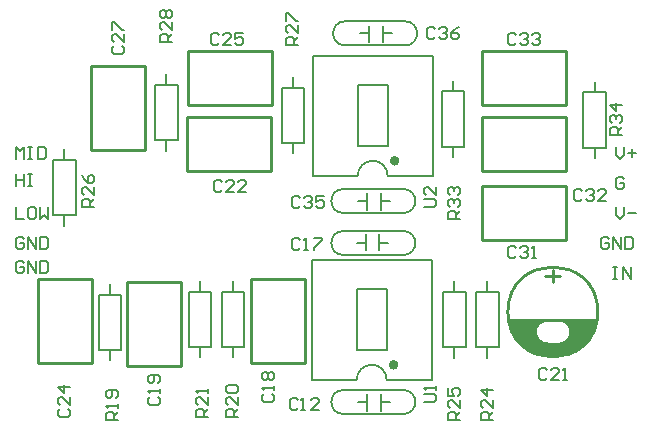
<source format=gto>
G04 Layer_Color=65535*
%FSLAX25Y25*%
%MOIN*%
G70*
G01*
G75*
%ADD23C,0.00700*%
%ADD24C,0.01500*%
%ADD25C,0.01000*%
%ADD26C,0.00500*%
G36*
X189850Y34000D02*
X188950Y30500D01*
X190850Y28000D01*
X194850Y27200D01*
X199350Y28100D01*
X200950Y30300D01*
Y32500D01*
X198850Y35300D01*
X209750D01*
X208050Y30700D01*
X204450Y26100D01*
X196750Y23000D01*
X189150Y23800D01*
X182350Y29400D01*
X180150Y35300D01*
X191550Y35400D01*
X189850Y34000D01*
D02*
G37*
D23*
X139798Y83269D02*
G03*
X129803Y83307I-4997J169D01*
G01*
X139460Y15254D02*
G03*
X129465Y15291I-4997J169D01*
G01*
X145000Y4000D02*
G03*
X145000Y12000I0J4000D01*
G01*
X125000D02*
G03*
X125000Y4000I0J-4000D01*
G01*
Y65000D02*
G03*
X125000Y57000I0J-4000D01*
G01*
X145000D02*
G03*
X145000Y65000I0J4000D01*
G01*
Y71000D02*
G03*
X145000Y79000I0J4000D01*
G01*
X125000D02*
G03*
X125000Y71000I0J-4000D01*
G01*
X145590Y126866D02*
G03*
X145590Y134866I0J4000D01*
G01*
X125591D02*
G03*
X125591Y126866I0J-4000D01*
G01*
X139803Y83307D02*
X154803D01*
X114803D02*
X129703D01*
X154803D02*
Y123307D01*
X114803D02*
X154803D01*
X114803Y83307D02*
Y123307D01*
X129803Y113507D02*
X139803D01*
Y93407D02*
Y113507D01*
X129803Y93407D02*
X139803D01*
X129803D02*
Y113507D01*
X139465Y15291D02*
X154465D01*
X114465D02*
X129365D01*
X154465D02*
Y55291D01*
X114465D02*
X154465D01*
X114465Y15291D02*
Y55291D01*
X129465Y45491D02*
X139465D01*
Y25391D02*
Y45491D01*
X129465Y25391D02*
X139465D01*
X129465D02*
Y45491D01*
X208819Y89210D02*
Y92709D01*
X205019D02*
Y111209D01*
X208819D02*
Y114609D01*
X212619Y92709D02*
Y111209D01*
X205019D02*
X212619D01*
X205019Y92709D02*
X212619D01*
X161575Y111542D02*
Y115042D01*
X165375Y93042D02*
Y111542D01*
X161575Y89643D02*
Y93042D01*
X157775D02*
Y111542D01*
Y93042D02*
X165375D01*
X157775Y111542D02*
X165375D01*
X66000Y113700D02*
Y117200D01*
X69800Y95200D02*
Y113700D01*
X66000Y91800D02*
Y95200D01*
X62200D02*
Y113700D01*
Y95200D02*
X69800D01*
X62200Y113700D02*
X69800D01*
X108252Y112763D02*
Y116263D01*
X112052Y94263D02*
Y112763D01*
X108252Y90863D02*
Y94263D01*
X104452D02*
Y112763D01*
Y94263D02*
X112052D01*
X104452Y112763D02*
X112052D01*
X32000Y88700D02*
Y92200D01*
X35800Y70200D02*
Y88700D01*
X32000Y66800D02*
Y70200D01*
X28200D02*
Y88700D01*
Y70200D02*
X35800D01*
X28200Y88700D02*
X35800D01*
X173000Y22800D02*
Y26300D01*
X169200D02*
Y44800D01*
X173000D02*
Y48200D01*
X176800Y26300D02*
Y44800D01*
X169200D02*
X176800D01*
X169200Y26300D02*
X176800D01*
X162000Y44700D02*
Y48200D01*
X165800Y26200D02*
Y44700D01*
X162000Y22800D02*
Y26200D01*
X158200D02*
Y44700D01*
Y26200D02*
X165800D01*
X158200Y44700D02*
X165800D01*
X77252Y44763D02*
Y48263D01*
X81052Y26263D02*
Y44763D01*
X77252Y22863D02*
Y26263D01*
X73452D02*
Y44763D01*
Y26263D02*
X81052D01*
X73452Y44763D02*
X81052D01*
X47252Y43763D02*
Y47263D01*
X51052Y25263D02*
Y43763D01*
X47252Y21863D02*
Y25263D01*
X43452D02*
Y43763D01*
Y25263D02*
X51052D01*
X43452Y43763D02*
X51052D01*
X88252Y44763D02*
Y48263D01*
X92052Y26263D02*
Y44763D01*
X88252Y22863D02*
Y26263D01*
X84452D02*
Y44763D01*
Y26263D02*
X92052D01*
X84452Y44763D02*
X92052D01*
X125000Y4000D02*
X145000D01*
X125000Y12000D02*
X145000D01*
X137500Y5000D02*
Y10500D01*
X133000Y5000D02*
Y10500D01*
X137500Y8000D02*
X140500D01*
X130000D02*
X133000D01*
X125000Y65000D02*
X145000D01*
X125000Y57000D02*
X145000D01*
X132500Y58500D02*
Y64000D01*
X137000Y58500D02*
Y64000D01*
X129500Y61000D02*
X132500D01*
X137000D02*
X140000D01*
X125000Y71000D02*
X145000D01*
X125000Y79000D02*
X145000D01*
X137500Y72000D02*
Y77500D01*
X133000Y72000D02*
Y77500D01*
X137500Y75000D02*
X140500D01*
X130000D02*
X133000D01*
X125591Y126866D02*
X145590D01*
X125591Y134866D02*
X145590D01*
X138091Y127866D02*
Y133366D01*
X133590Y127866D02*
Y133366D01*
X138091Y130866D02*
X141091D01*
X130590D02*
X133590D01*
D24*
X142903Y88407D02*
G03*
X142903Y88407I-800J0D01*
G01*
X142565Y20391D02*
G03*
X142565Y20391I-800J0D01*
G01*
D25*
X189050Y31300D02*
G03*
X192850Y27400I3850J-50D01*
G01*
X192650Y35200D02*
G03*
X189050Y31300I150J-3750D01*
G01*
X197350Y27400D02*
G03*
X200850Y31500I-300J3800D01*
G01*
X200858Y31499D02*
G03*
X197350Y35200I-3758J-49D01*
G01*
X209850Y38000D02*
G03*
X209850Y38000I-15000J0D01*
G01*
X192150Y27400D02*
X197650D01*
X192450Y35200D02*
X197350D01*
X192350Y50000D02*
X197350D01*
X194850Y48000D02*
Y52000D01*
X180450Y35300D02*
X209650D01*
X73000Y85000D02*
X101000D01*
X73000D02*
Y103000D01*
X101000D01*
Y85000D02*
Y103000D01*
X23252Y21063D02*
Y49063D01*
X41252D01*
Y21063D02*
Y49063D01*
X23252Y21063D02*
X41252D01*
X73252Y107063D02*
X101252D01*
X73252D02*
Y125063D01*
X101252D01*
Y107063D02*
Y125063D01*
X59000Y92000D02*
Y120000D01*
X41000Y92000D02*
X59000D01*
X41000D02*
Y120000D01*
X59000D01*
X112252Y21063D02*
Y49063D01*
X94252Y21063D02*
X112252D01*
X94252D02*
Y49063D01*
X112252D01*
X53000Y20000D02*
Y48000D01*
X71000D01*
Y20000D02*
Y48000D01*
X53000Y20000D02*
X71000D01*
X171252Y62063D02*
X199252D01*
X171252D02*
Y80063D01*
X199252D01*
Y62063D02*
Y80063D01*
X171252Y103063D02*
X199252D01*
Y85063D02*
Y103063D01*
X171252Y85063D02*
X199252D01*
X171252D02*
Y103063D01*
X171197Y124906D02*
X199197D01*
Y106905D02*
Y124906D01*
X171197Y106905D02*
X199197D01*
X171197D02*
Y124906D01*
D26*
X109742Y8752D02*
X109086Y9408D01*
X107774D01*
X107118Y8752D01*
Y6128D01*
X107774Y5472D01*
X109086D01*
X109742Y6128D01*
X111054Y5472D02*
X112366D01*
X111710D01*
Y9408D01*
X111054Y8752D01*
X116957Y5472D02*
X114334D01*
X116957Y8096D01*
Y8752D01*
X116302Y9408D01*
X114990D01*
X114334Y8752D01*
X110624Y61880D02*
X109968Y62536D01*
X108656D01*
X108000Y61880D01*
Y59256D01*
X108656Y58600D01*
X109968D01*
X110624Y59256D01*
X111936Y58600D02*
X113248D01*
X112592D01*
Y62536D01*
X111936Y61880D01*
X115216Y62536D02*
X117839D01*
Y61880D01*
X115216Y59256D01*
Y58600D01*
X152064Y8000D02*
X155344D01*
X156000Y8656D01*
Y9968D01*
X155344Y10624D01*
X152064D01*
X156000Y11936D02*
Y13248D01*
Y12592D01*
X152064D01*
X152720Y11936D01*
X152064Y73000D02*
X155344D01*
X156000Y73656D01*
Y74968D01*
X155344Y75624D01*
X152064D01*
X156000Y79560D02*
Y76936D01*
X153376Y79560D01*
X152720D01*
X152064Y78904D01*
Y77592D01*
X152720Y76936D01*
X98720Y10624D02*
X98064Y9968D01*
Y8656D01*
X98720Y8000D01*
X101344D01*
X102000Y8656D01*
Y9968D01*
X101344Y10624D01*
X102000Y11936D02*
Y13248D01*
Y12592D01*
X98064D01*
X98720Y11936D01*
Y15215D02*
X98064Y15871D01*
Y17183D01*
X98720Y17839D01*
X99376D01*
X100032Y17183D01*
X100688Y17839D01*
X101344D01*
X102000Y17183D01*
Y15871D01*
X101344Y15215D01*
X100688D01*
X100032Y15871D01*
X99376Y15215D01*
X98720D01*
X100032Y15871D02*
Y17183D01*
X60720Y9624D02*
X60064Y8968D01*
Y7656D01*
X60720Y7000D01*
X63344D01*
X64000Y7656D01*
Y8968D01*
X63344Y9624D01*
X64000Y10936D02*
Y12248D01*
Y11592D01*
X60064D01*
X60720Y10936D01*
X63344Y14216D02*
X64000Y14872D01*
Y16183D01*
X63344Y16839D01*
X60720D01*
X60064Y16183D01*
Y14872D01*
X60720Y14216D01*
X61376D01*
X62032Y14872D01*
Y16839D01*
X193024Y18580D02*
X192368Y19236D01*
X191056D01*
X190400Y18580D01*
Y15956D01*
X191056Y15300D01*
X192368D01*
X193024Y15956D01*
X196960Y15300D02*
X194336D01*
X196960Y17924D01*
Y18580D01*
X196304Y19236D01*
X194992D01*
X194336Y18580D01*
X198272Y15300D02*
X199583D01*
X198927D01*
Y19236D01*
X198272Y18580D01*
X84624Y81280D02*
X83968Y81936D01*
X82656D01*
X82000Y81280D01*
Y78656D01*
X82656Y78000D01*
X83968D01*
X84624Y78656D01*
X88560Y78000D02*
X85936D01*
X88560Y80624D01*
Y81280D01*
X87904Y81936D01*
X86592D01*
X85936Y81280D01*
X92495Y78000D02*
X89872D01*
X92495Y80624D01*
Y81280D01*
X91839Y81936D01*
X90527D01*
X89872Y81280D01*
X30720Y5624D02*
X30064Y4968D01*
Y3656D01*
X30720Y3000D01*
X33344D01*
X34000Y3656D01*
Y4968D01*
X33344Y5624D01*
X34000Y9560D02*
Y6936D01*
X31376Y9560D01*
X30720D01*
X30064Y8904D01*
Y7592D01*
X30720Y6936D01*
X34000Y12839D02*
X30064D01*
X32032Y10871D01*
Y13495D01*
X83624Y130280D02*
X82968Y130936D01*
X81656D01*
X81000Y130280D01*
Y127656D01*
X81656Y127000D01*
X82968D01*
X83624Y127656D01*
X87560Y127000D02*
X84936D01*
X87560Y129624D01*
Y130280D01*
X86904Y130936D01*
X85592D01*
X84936Y130280D01*
X91495Y130936D02*
X88872D01*
Y128968D01*
X90183Y129624D01*
X90839D01*
X91495Y128968D01*
Y127656D01*
X90839Y127000D01*
X89527D01*
X88872Y127656D01*
X48720Y126624D02*
X48064Y125968D01*
Y124656D01*
X48720Y124000D01*
X51344D01*
X52000Y124656D01*
Y125968D01*
X51344Y126624D01*
X52000Y130560D02*
Y127936D01*
X49376Y130560D01*
X48720D01*
X48064Y129904D01*
Y128592D01*
X48720Y127936D01*
X48064Y131871D02*
Y134495D01*
X48720D01*
X51344Y131871D01*
X52000D01*
X182624Y59280D02*
X181968Y59936D01*
X180656D01*
X180000Y59280D01*
Y56656D01*
X180656Y56000D01*
X181968D01*
X182624Y56656D01*
X183936Y59280D02*
X184592Y59936D01*
X185904D01*
X186560Y59280D01*
Y58624D01*
X185904Y57968D01*
X185248D01*
X185904D01*
X186560Y57312D01*
Y56656D01*
X185904Y56000D01*
X184592D01*
X183936Y56656D01*
X187872Y56000D02*
X189183D01*
X188527D01*
Y59936D01*
X187872Y59280D01*
X204624Y78280D02*
X203968Y78936D01*
X202656D01*
X202000Y78280D01*
Y75656D01*
X202656Y75000D01*
X203968D01*
X204624Y75656D01*
X205936Y78280D02*
X206592Y78936D01*
X207904D01*
X208560Y78280D01*
Y77624D01*
X207904Y76968D01*
X207248D01*
X207904D01*
X208560Y76312D01*
Y75656D01*
X207904Y75000D01*
X206592D01*
X205936Y75656D01*
X212495Y75000D02*
X209872D01*
X212495Y77624D01*
Y78280D01*
X211839Y78936D01*
X210527D01*
X209872Y78280D01*
X182624Y130280D02*
X181968Y130936D01*
X180656D01*
X180000Y130280D01*
Y127656D01*
X180656Y127000D01*
X181968D01*
X182624Y127656D01*
X183936Y130280D02*
X184592Y130936D01*
X185904D01*
X186560Y130280D01*
Y129624D01*
X185904Y128968D01*
X185248D01*
X185904D01*
X186560Y128312D01*
Y127656D01*
X185904Y127000D01*
X184592D01*
X183936Y127656D01*
X187872Y130280D02*
X188527Y130936D01*
X189839D01*
X190495Y130280D01*
Y129624D01*
X189839Y128968D01*
X189183D01*
X189839D01*
X190495Y128312D01*
Y127656D01*
X189839Y127000D01*
X188527D01*
X187872Y127656D01*
X50000Y2000D02*
X46064D01*
Y3968D01*
X46720Y4624D01*
X48032D01*
X48688Y3968D01*
Y2000D01*
Y3312D02*
X50000Y4624D01*
Y5936D02*
Y7248D01*
Y6592D01*
X46064D01*
X46720Y5936D01*
X49344Y9216D02*
X50000Y9871D01*
Y11183D01*
X49344Y11839D01*
X46720D01*
X46064Y11183D01*
Y9871D01*
X46720Y9216D01*
X47376D01*
X48032Y9871D01*
Y11839D01*
X90000Y3000D02*
X86064D01*
Y4968D01*
X86720Y5624D01*
X88032D01*
X88688Y4968D01*
Y3000D01*
Y4312D02*
X90000Y5624D01*
Y9560D02*
Y6936D01*
X87376Y9560D01*
X86720D01*
X86064Y8904D01*
Y7592D01*
X86720Y6936D01*
Y10871D02*
X86064Y11527D01*
Y12839D01*
X86720Y13495D01*
X89344D01*
X90000Y12839D01*
Y11527D01*
X89344Y10871D01*
X86720D01*
X80000Y3000D02*
X76064D01*
Y4968D01*
X76720Y5624D01*
X78032D01*
X78688Y4968D01*
Y3000D01*
Y4312D02*
X80000Y5624D01*
Y9560D02*
Y6936D01*
X77376Y9560D01*
X76720D01*
X76064Y8904D01*
Y7592D01*
X76720Y6936D01*
X80000Y10871D02*
Y12183D01*
Y11527D01*
X76064D01*
X76720Y10871D01*
X175000Y2000D02*
X171064D01*
Y3968D01*
X171720Y4624D01*
X173032D01*
X173688Y3968D01*
Y2000D01*
Y3312D02*
X175000Y4624D01*
Y8560D02*
Y5936D01*
X172376Y8560D01*
X171720D01*
X171064Y7904D01*
Y6592D01*
X171720Y5936D01*
X175000Y11839D02*
X171064D01*
X173032Y9871D01*
Y12495D01*
X164000Y2000D02*
X160064D01*
Y3968D01*
X160720Y4624D01*
X162032D01*
X162688Y3968D01*
Y2000D01*
Y3312D02*
X164000Y4624D01*
Y8560D02*
Y5936D01*
X161376Y8560D01*
X160720D01*
X160064Y7904D01*
Y6592D01*
X160720Y5936D01*
X160064Y12495D02*
Y9871D01*
X162032D01*
X161376Y11183D01*
Y11839D01*
X162032Y12495D01*
X163344D01*
X164000Y11839D01*
Y10527D01*
X163344Y9871D01*
X42000Y73000D02*
X38064D01*
Y74968D01*
X38720Y75624D01*
X40032D01*
X40688Y74968D01*
Y73000D01*
Y74312D02*
X42000Y75624D01*
Y79560D02*
Y76936D01*
X39376Y79560D01*
X38720D01*
X38064Y78904D01*
Y77592D01*
X38720Y76936D01*
X38064Y83495D02*
X38720Y82183D01*
X40032Y80871D01*
X41344D01*
X42000Y81527D01*
Y82839D01*
X41344Y83495D01*
X40688D01*
X40032Y82839D01*
Y80871D01*
X110000Y127000D02*
X106064D01*
Y128968D01*
X106720Y129624D01*
X108032D01*
X108688Y128968D01*
Y127000D01*
Y128312D02*
X110000Y129624D01*
Y133560D02*
Y130936D01*
X107376Y133560D01*
X106720D01*
X106064Y132904D01*
Y131592D01*
X106720Y130936D01*
X106064Y134871D02*
Y137495D01*
X106720D01*
X109344Y134871D01*
X110000D01*
X68000Y128000D02*
X64064D01*
Y129968D01*
X64720Y130624D01*
X66032D01*
X66688Y129968D01*
Y128000D01*
Y129312D02*
X68000Y130624D01*
Y134560D02*
Y131936D01*
X65376Y134560D01*
X64720D01*
X64064Y133904D01*
Y132592D01*
X64720Y131936D01*
Y135872D02*
X64064Y136527D01*
Y137839D01*
X64720Y138495D01*
X65376D01*
X66032Y137839D01*
X66688Y138495D01*
X67344D01*
X68000Y137839D01*
Y136527D01*
X67344Y135872D01*
X66688D01*
X66032Y136527D01*
X65376Y135872D01*
X64720D01*
X66032Y136527D02*
Y137839D01*
X164000Y69000D02*
X160064D01*
Y70968D01*
X160720Y71624D01*
X162032D01*
X162688Y70968D01*
Y69000D01*
Y70312D02*
X164000Y71624D01*
X160720Y72936D02*
X160064Y73592D01*
Y74904D01*
X160720Y75560D01*
X161376D01*
X162032Y74904D01*
Y74248D01*
Y74904D01*
X162688Y75560D01*
X163344D01*
X164000Y74904D01*
Y73592D01*
X163344Y72936D01*
X160720Y76872D02*
X160064Y77527D01*
Y78839D01*
X160720Y79495D01*
X161376D01*
X162032Y78839D01*
Y78183D01*
Y78839D01*
X162688Y79495D01*
X163344D01*
X164000Y78839D01*
Y77527D01*
X163344Y76872D01*
X218000Y97000D02*
X214064D01*
Y98968D01*
X214720Y99624D01*
X216032D01*
X216688Y98968D01*
Y97000D01*
Y98312D02*
X218000Y99624D01*
X214720Y100936D02*
X214064Y101592D01*
Y102904D01*
X214720Y103560D01*
X215376D01*
X216032Y102904D01*
Y102248D01*
Y102904D01*
X216688Y103560D01*
X217344D01*
X218000Y102904D01*
Y101592D01*
X217344Y100936D01*
X218000Y106839D02*
X214064D01*
X216032Y104871D01*
Y107495D01*
X110624Y76080D02*
X109968Y76736D01*
X108656D01*
X108000Y76080D01*
Y73456D01*
X108656Y72800D01*
X109968D01*
X110624Y73456D01*
X111936Y76080D02*
X112592Y76736D01*
X113904D01*
X114560Y76080D01*
Y75424D01*
X113904Y74768D01*
X113248D01*
X113904D01*
X114560Y74112D01*
Y73456D01*
X113904Y72800D01*
X112592D01*
X111936Y73456D01*
X118495Y76736D02*
X115872D01*
Y74768D01*
X117183Y75424D01*
X117839D01*
X118495Y74768D01*
Y73456D01*
X117839Y72800D01*
X116527D01*
X115872Y73456D01*
X155624Y132280D02*
X154968Y132936D01*
X153656D01*
X153000Y132280D01*
Y129656D01*
X153656Y129000D01*
X154968D01*
X155624Y129656D01*
X156936Y132280D02*
X157592Y132936D01*
X158904D01*
X159560Y132280D01*
Y131624D01*
X158904Y130968D01*
X158248D01*
X158904D01*
X159560Y130312D01*
Y129656D01*
X158904Y129000D01*
X157592D01*
X156936Y129656D01*
X163495Y132936D02*
X162183Y132280D01*
X160872Y130968D01*
Y129656D01*
X161527Y129000D01*
X162839D01*
X163495Y129656D01*
Y130312D01*
X162839Y130968D01*
X160872D01*
X215000Y52936D02*
X216312D01*
X215656D01*
Y49000D01*
X215000D01*
X216312D01*
X218280D02*
Y52936D01*
X220904Y49000D01*
Y52936D01*
X213624Y62280D02*
X212968Y62936D01*
X211656D01*
X211000Y62280D01*
Y59656D01*
X211656Y59000D01*
X212968D01*
X213624Y59656D01*
Y60968D01*
X212312D01*
X214936Y59000D02*
Y62936D01*
X217560Y59000D01*
Y62936D01*
X218871D02*
Y59000D01*
X220839D01*
X221495Y59656D01*
Y62280D01*
X220839Y62936D01*
X218871D01*
X216000Y72936D02*
Y70312D01*
X217312Y69000D01*
X218624Y70312D01*
Y72936D01*
X219936Y70968D02*
X222560D01*
X218624Y82280D02*
X217968Y82936D01*
X216656D01*
X216000Y82280D01*
Y79656D01*
X216656Y79000D01*
X217968D01*
X218624Y79656D01*
Y80968D01*
X217312D01*
X216000Y92936D02*
Y90312D01*
X217312Y89000D01*
X218624Y90312D01*
Y92936D01*
X219936Y90968D02*
X222560D01*
X221248Y92280D02*
Y89656D01*
X18624Y54280D02*
X17968Y54936D01*
X16656D01*
X16000Y54280D01*
Y51656D01*
X16656Y51000D01*
X17968D01*
X18624Y51656D01*
Y52968D01*
X17312D01*
X19936Y51000D02*
Y54936D01*
X22560Y51000D01*
Y54936D01*
X23871D02*
Y51000D01*
X25839D01*
X26495Y51656D01*
Y54280D01*
X25839Y54936D01*
X23871D01*
X18624Y62280D02*
X17968Y62936D01*
X16656D01*
X16000Y62280D01*
Y59656D01*
X16656Y59000D01*
X17968D01*
X18624Y59656D01*
Y60968D01*
X17312D01*
X19936Y59000D02*
Y62936D01*
X22560Y59000D01*
Y62936D01*
X23871D02*
Y59000D01*
X25839D01*
X26495Y59656D01*
Y62280D01*
X25839Y62936D01*
X23871D01*
X16000Y72936D02*
Y69000D01*
X18624D01*
X21904Y72936D02*
X20592D01*
X19936Y72280D01*
Y69656D01*
X20592Y69000D01*
X21904D01*
X22560Y69656D01*
Y72280D01*
X21904Y72936D01*
X23871D02*
Y69000D01*
X25183Y70312D01*
X26495Y69000D01*
Y72936D01*
X16000Y83936D02*
Y80000D01*
Y81968D01*
X18624D01*
Y83936D01*
Y80000D01*
X19936Y83936D02*
X21248D01*
X20592D01*
Y80000D01*
X19936D01*
X21248D01*
X16000Y89000D02*
Y92936D01*
X17312Y91624D01*
X18624Y92936D01*
Y89000D01*
X19936Y92936D02*
X21248D01*
X20592D01*
Y89000D01*
X19936D01*
X21248D01*
X23215Y92936D02*
Y89000D01*
X25183D01*
X25839Y89656D01*
Y92280D01*
X25183Y92936D01*
X23215D01*
M02*

</source>
